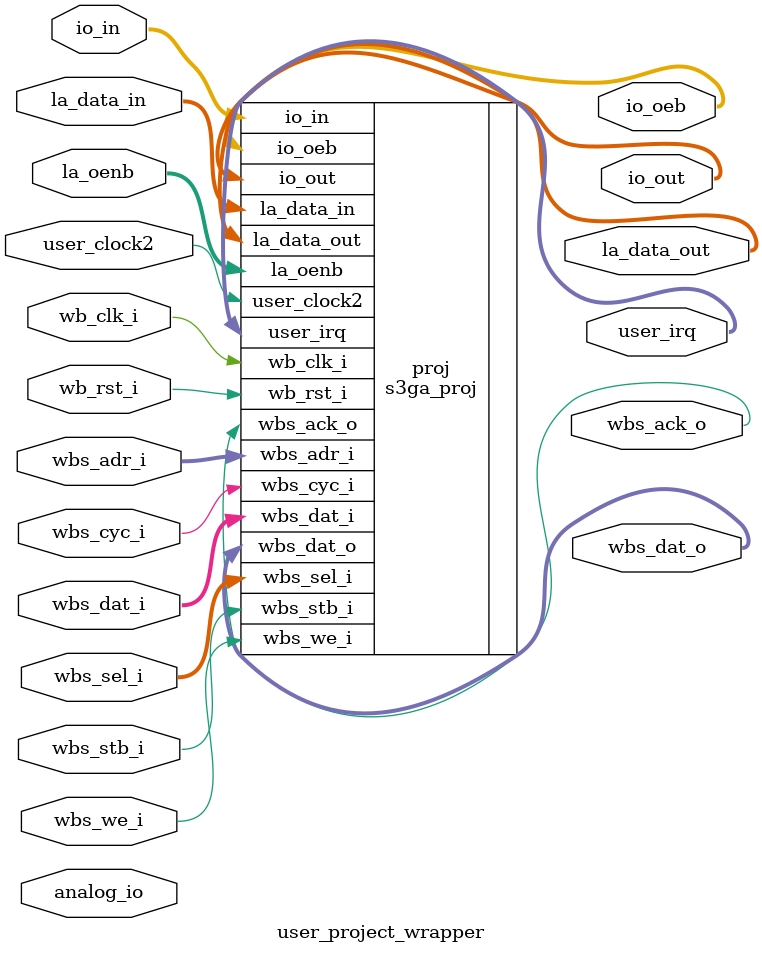
<source format=v>
module user_project_wrapper (user_clock2,
    wb_clk_i,
    wb_rst_i,
    wbs_ack_o,
    wbs_cyc_i,
    wbs_stb_i,
    wbs_we_i,
    analog_io,
    io_in,
    io_oeb,
    io_out,
    la_data_in,
    la_data_out,
    la_oenb,
    user_irq,
    wbs_adr_i,
    wbs_dat_i,
    wbs_dat_o,
    wbs_sel_i);
 input user_clock2;
 input wb_clk_i;
 input wb_rst_i;
 output wbs_ack_o;
 input wbs_cyc_i;
 input wbs_stb_i;
 input wbs_we_i;
 inout [28:0] analog_io;
 input [37:0] io_in;
 output [37:0] io_oeb;
 output [37:0] io_out;
 input [127:0] la_data_in;
 output [127:0] la_data_out;
 input [127:0] la_oenb;
 output [2:0] user_irq;
 input [31:0] wbs_adr_i;
 input [31:0] wbs_dat_i;
 output [31:0] wbs_dat_o;
 input [3:0] wbs_sel_i;


 s3ga_proj proj (.user_clock2(user_clock2),
    .wb_clk_i(wb_clk_i),
    .wb_rst_i(wb_rst_i),
    .wbs_ack_o(wbs_ack_o),
    .wbs_cyc_i(wbs_cyc_i),
    .wbs_stb_i(wbs_stb_i),
    .wbs_we_i(wbs_we_i),
    .io_in({io_in[37],
    io_in[36],
    io_in[35],
    io_in[34],
    io_in[33],
    io_in[32],
    io_in[31],
    io_in[30],
    io_in[29],
    io_in[28],
    io_in[27],
    io_in[26],
    io_in[25],
    io_in[24],
    io_in[23],
    io_in[22],
    io_in[21],
    io_in[20],
    io_in[19],
    io_in[18],
    io_in[17],
    io_in[16],
    io_in[15],
    io_in[14],
    io_in[13],
    io_in[12],
    io_in[11],
    io_in[10],
    io_in[9],
    io_in[8],
    io_in[7],
    io_in[6],
    io_in[5],
    io_in[4],
    io_in[3],
    io_in[2],
    io_in[1],
    io_in[0]}),
    .io_oeb({io_oeb[37],
    io_oeb[36],
    io_oeb[35],
    io_oeb[34],
    io_oeb[33],
    io_oeb[32],
    io_oeb[31],
    io_oeb[30],
    io_oeb[29],
    io_oeb[28],
    io_oeb[27],
    io_oeb[26],
    io_oeb[25],
    io_oeb[24],
    io_oeb[23],
    io_oeb[22],
    io_oeb[21],
    io_oeb[20],
    io_oeb[19],
    io_oeb[18],
    io_oeb[17],
    io_oeb[16],
    io_oeb[15],
    io_oeb[14],
    io_oeb[13],
    io_oeb[12],
    io_oeb[11],
    io_oeb[10],
    io_oeb[9],
    io_oeb[8],
    io_oeb[7],
    io_oeb[6],
    io_oeb[5],
    io_oeb[4],
    io_oeb[3],
    io_oeb[2],
    io_oeb[1],
    io_oeb[0]}),
    .io_out({io_out[37],
    io_out[36],
    io_out[35],
    io_out[34],
    io_out[33],
    io_out[32],
    io_out[31],
    io_out[30],
    io_out[29],
    io_out[28],
    io_out[27],
    io_out[26],
    io_out[25],
    io_out[24],
    io_out[23],
    io_out[22],
    io_out[21],
    io_out[20],
    io_out[19],
    io_out[18],
    io_out[17],
    io_out[16],
    io_out[15],
    io_out[14],
    io_out[13],
    io_out[12],
    io_out[11],
    io_out[10],
    io_out[9],
    io_out[8],
    io_out[7],
    io_out[6],
    io_out[5],
    io_out[4],
    io_out[3],
    io_out[2],
    io_out[1],
    io_out[0]}),
    .la_data_in({la_data_in[127],
    la_data_in[126],
    la_data_in[125],
    la_data_in[124],
    la_data_in[123],
    la_data_in[122],
    la_data_in[121],
    la_data_in[120],
    la_data_in[119],
    la_data_in[118],
    la_data_in[117],
    la_data_in[116],
    la_data_in[115],
    la_data_in[114],
    la_data_in[113],
    la_data_in[112],
    la_data_in[111],
    la_data_in[110],
    la_data_in[109],
    la_data_in[108],
    la_data_in[107],
    la_data_in[106],
    la_data_in[105],
    la_data_in[104],
    la_data_in[103],
    la_data_in[102],
    la_data_in[101],
    la_data_in[100],
    la_data_in[99],
    la_data_in[98],
    la_data_in[97],
    la_data_in[96],
    la_data_in[95],
    la_data_in[94],
    la_data_in[93],
    la_data_in[92],
    la_data_in[91],
    la_data_in[90],
    la_data_in[89],
    la_data_in[88],
    la_data_in[87],
    la_data_in[86],
    la_data_in[85],
    la_data_in[84],
    la_data_in[83],
    la_data_in[82],
    la_data_in[81],
    la_data_in[80],
    la_data_in[79],
    la_data_in[78],
    la_data_in[77],
    la_data_in[76],
    la_data_in[75],
    la_data_in[74],
    la_data_in[73],
    la_data_in[72],
    la_data_in[71],
    la_data_in[70],
    la_data_in[69],
    la_data_in[68],
    la_data_in[67],
    la_data_in[66],
    la_data_in[65],
    la_data_in[64],
    la_data_in[63],
    la_data_in[62],
    la_data_in[61],
    la_data_in[60],
    la_data_in[59],
    la_data_in[58],
    la_data_in[57],
    la_data_in[56],
    la_data_in[55],
    la_data_in[54],
    la_data_in[53],
    la_data_in[52],
    la_data_in[51],
    la_data_in[50],
    la_data_in[49],
    la_data_in[48],
    la_data_in[47],
    la_data_in[46],
    la_data_in[45],
    la_data_in[44],
    la_data_in[43],
    la_data_in[42],
    la_data_in[41],
    la_data_in[40],
    la_data_in[39],
    la_data_in[38],
    la_data_in[37],
    la_data_in[36],
    la_data_in[35],
    la_data_in[34],
    la_data_in[33],
    la_data_in[32],
    la_data_in[31],
    la_data_in[30],
    la_data_in[29],
    la_data_in[28],
    la_data_in[27],
    la_data_in[26],
    la_data_in[25],
    la_data_in[24],
    la_data_in[23],
    la_data_in[22],
    la_data_in[21],
    la_data_in[20],
    la_data_in[19],
    la_data_in[18],
    la_data_in[17],
    la_data_in[16],
    la_data_in[15],
    la_data_in[14],
    la_data_in[13],
    la_data_in[12],
    la_data_in[11],
    la_data_in[10],
    la_data_in[9],
    la_data_in[8],
    la_data_in[7],
    la_data_in[6],
    la_data_in[5],
    la_data_in[4],
    la_data_in[3],
    la_data_in[2],
    la_data_in[1],
    la_data_in[0]}),
    .la_data_out({la_data_out[127],
    la_data_out[126],
    la_data_out[125],
    la_data_out[124],
    la_data_out[123],
    la_data_out[122],
    la_data_out[121],
    la_data_out[120],
    la_data_out[119],
    la_data_out[118],
    la_data_out[117],
    la_data_out[116],
    la_data_out[115],
    la_data_out[114],
    la_data_out[113],
    la_data_out[112],
    la_data_out[111],
    la_data_out[110],
    la_data_out[109],
    la_data_out[108],
    la_data_out[107],
    la_data_out[106],
    la_data_out[105],
    la_data_out[104],
    la_data_out[103],
    la_data_out[102],
    la_data_out[101],
    la_data_out[100],
    la_data_out[99],
    la_data_out[98],
    la_data_out[97],
    la_data_out[96],
    la_data_out[95],
    la_data_out[94],
    la_data_out[93],
    la_data_out[92],
    la_data_out[91],
    la_data_out[90],
    la_data_out[89],
    la_data_out[88],
    la_data_out[87],
    la_data_out[86],
    la_data_out[85],
    la_data_out[84],
    la_data_out[83],
    la_data_out[82],
    la_data_out[81],
    la_data_out[80],
    la_data_out[79],
    la_data_out[78],
    la_data_out[77],
    la_data_out[76],
    la_data_out[75],
    la_data_out[74],
    la_data_out[73],
    la_data_out[72],
    la_data_out[71],
    la_data_out[70],
    la_data_out[69],
    la_data_out[68],
    la_data_out[67],
    la_data_out[66],
    la_data_out[65],
    la_data_out[64],
    la_data_out[63],
    la_data_out[62],
    la_data_out[61],
    la_data_out[60],
    la_data_out[59],
    la_data_out[58],
    la_data_out[57],
    la_data_out[56],
    la_data_out[55],
    la_data_out[54],
    la_data_out[53],
    la_data_out[52],
    la_data_out[51],
    la_data_out[50],
    la_data_out[49],
    la_data_out[48],
    la_data_out[47],
    la_data_out[46],
    la_data_out[45],
    la_data_out[44],
    la_data_out[43],
    la_data_out[42],
    la_data_out[41],
    la_data_out[40],
    la_data_out[39],
    la_data_out[38],
    la_data_out[37],
    la_data_out[36],
    la_data_out[35],
    la_data_out[34],
    la_data_out[33],
    la_data_out[32],
    la_data_out[31],
    la_data_out[30],
    la_data_out[29],
    la_data_out[28],
    la_data_out[27],
    la_data_out[26],
    la_data_out[25],
    la_data_out[24],
    la_data_out[23],
    la_data_out[22],
    la_data_out[21],
    la_data_out[20],
    la_data_out[19],
    la_data_out[18],
    la_data_out[17],
    la_data_out[16],
    la_data_out[15],
    la_data_out[14],
    la_data_out[13],
    la_data_out[12],
    la_data_out[11],
    la_data_out[10],
    la_data_out[9],
    la_data_out[8],
    la_data_out[7],
    la_data_out[6],
    la_data_out[5],
    la_data_out[4],
    la_data_out[3],
    la_data_out[2],
    la_data_out[1],
    la_data_out[0]}),
    .la_oenb({la_oenb[127],
    la_oenb[126],
    la_oenb[125],
    la_oenb[124],
    la_oenb[123],
    la_oenb[122],
    la_oenb[121],
    la_oenb[120],
    la_oenb[119],
    la_oenb[118],
    la_oenb[117],
    la_oenb[116],
    la_oenb[115],
    la_oenb[114],
    la_oenb[113],
    la_oenb[112],
    la_oenb[111],
    la_oenb[110],
    la_oenb[109],
    la_oenb[108],
    la_oenb[107],
    la_oenb[106],
    la_oenb[105],
    la_oenb[104],
    la_oenb[103],
    la_oenb[102],
    la_oenb[101],
    la_oenb[100],
    la_oenb[99],
    la_oenb[98],
    la_oenb[97],
    la_oenb[96],
    la_oenb[95],
    la_oenb[94],
    la_oenb[93],
    la_oenb[92],
    la_oenb[91],
    la_oenb[90],
    la_oenb[89],
    la_oenb[88],
    la_oenb[87],
    la_oenb[86],
    la_oenb[85],
    la_oenb[84],
    la_oenb[83],
    la_oenb[82],
    la_oenb[81],
    la_oenb[80],
    la_oenb[79],
    la_oenb[78],
    la_oenb[77],
    la_oenb[76],
    la_oenb[75],
    la_oenb[74],
    la_oenb[73],
    la_oenb[72],
    la_oenb[71],
    la_oenb[70],
    la_oenb[69],
    la_oenb[68],
    la_oenb[67],
    la_oenb[66],
    la_oenb[65],
    la_oenb[64],
    la_oenb[63],
    la_oenb[62],
    la_oenb[61],
    la_oenb[60],
    la_oenb[59],
    la_oenb[58],
    la_oenb[57],
    la_oenb[56],
    la_oenb[55],
    la_oenb[54],
    la_oenb[53],
    la_oenb[52],
    la_oenb[51],
    la_oenb[50],
    la_oenb[49],
    la_oenb[48],
    la_oenb[47],
    la_oenb[46],
    la_oenb[45],
    la_oenb[44],
    la_oenb[43],
    la_oenb[42],
    la_oenb[41],
    la_oenb[40],
    la_oenb[39],
    la_oenb[38],
    la_oenb[37],
    la_oenb[36],
    la_oenb[35],
    la_oenb[34],
    la_oenb[33],
    la_oenb[32],
    la_oenb[31],
    la_oenb[30],
    la_oenb[29],
    la_oenb[28],
    la_oenb[27],
    la_oenb[26],
    la_oenb[25],
    la_oenb[24],
    la_oenb[23],
    la_oenb[22],
    la_oenb[21],
    la_oenb[20],
    la_oenb[19],
    la_oenb[18],
    la_oenb[17],
    la_oenb[16],
    la_oenb[15],
    la_oenb[14],
    la_oenb[13],
    la_oenb[12],
    la_oenb[11],
    la_oenb[10],
    la_oenb[9],
    la_oenb[8],
    la_oenb[7],
    la_oenb[6],
    la_oenb[5],
    la_oenb[4],
    la_oenb[3],
    la_oenb[2],
    la_oenb[1],
    la_oenb[0]}),
    .user_irq({user_irq[2],
    user_irq[1],
    user_irq[0]}),
    .wbs_adr_i({wbs_adr_i[31],
    wbs_adr_i[30],
    wbs_adr_i[29],
    wbs_adr_i[28],
    wbs_adr_i[27],
    wbs_adr_i[26],
    wbs_adr_i[25],
    wbs_adr_i[24],
    wbs_adr_i[23],
    wbs_adr_i[22],
    wbs_adr_i[21],
    wbs_adr_i[20],
    wbs_adr_i[19],
    wbs_adr_i[18],
    wbs_adr_i[17],
    wbs_adr_i[16],
    wbs_adr_i[15],
    wbs_adr_i[14],
    wbs_adr_i[13],
    wbs_adr_i[12],
    wbs_adr_i[11],
    wbs_adr_i[10],
    wbs_adr_i[9],
    wbs_adr_i[8],
    wbs_adr_i[7],
    wbs_adr_i[6],
    wbs_adr_i[5],
    wbs_adr_i[4],
    wbs_adr_i[3],
    wbs_adr_i[2],
    wbs_adr_i[1],
    wbs_adr_i[0]}),
    .wbs_dat_i({wbs_dat_i[31],
    wbs_dat_i[30],
    wbs_dat_i[29],
    wbs_dat_i[28],
    wbs_dat_i[27],
    wbs_dat_i[26],
    wbs_dat_i[25],
    wbs_dat_i[24],
    wbs_dat_i[23],
    wbs_dat_i[22],
    wbs_dat_i[21],
    wbs_dat_i[20],
    wbs_dat_i[19],
    wbs_dat_i[18],
    wbs_dat_i[17],
    wbs_dat_i[16],
    wbs_dat_i[15],
    wbs_dat_i[14],
    wbs_dat_i[13],
    wbs_dat_i[12],
    wbs_dat_i[11],
    wbs_dat_i[10],
    wbs_dat_i[9],
    wbs_dat_i[8],
    wbs_dat_i[7],
    wbs_dat_i[6],
    wbs_dat_i[5],
    wbs_dat_i[4],
    wbs_dat_i[3],
    wbs_dat_i[2],
    wbs_dat_i[1],
    wbs_dat_i[0]}),
    .wbs_dat_o({wbs_dat_o[31],
    wbs_dat_o[30],
    wbs_dat_o[29],
    wbs_dat_o[28],
    wbs_dat_o[27],
    wbs_dat_o[26],
    wbs_dat_o[25],
    wbs_dat_o[24],
    wbs_dat_o[23],
    wbs_dat_o[22],
    wbs_dat_o[21],
    wbs_dat_o[20],
    wbs_dat_o[19],
    wbs_dat_o[18],
    wbs_dat_o[17],
    wbs_dat_o[16],
    wbs_dat_o[15],
    wbs_dat_o[14],
    wbs_dat_o[13],
    wbs_dat_o[12],
    wbs_dat_o[11],
    wbs_dat_o[10],
    wbs_dat_o[9],
    wbs_dat_o[8],
    wbs_dat_o[7],
    wbs_dat_o[6],
    wbs_dat_o[5],
    wbs_dat_o[4],
    wbs_dat_o[3],
    wbs_dat_o[2],
    wbs_dat_o[1],
    wbs_dat_o[0]}),
    .wbs_sel_i({wbs_sel_i[3],
    wbs_sel_i[2],
    wbs_sel_i[1],
    wbs_sel_i[0]}));
endmodule


</source>
